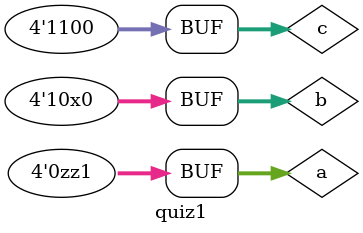
<source format=v>
`timescale 1ns/1ns

module quiz1;

wire [3:0] a, b, c;

assign a = 4'b0zz1;
assign b = 4'b10x0;
assign c = 4'b1100;

endmodule
</source>
